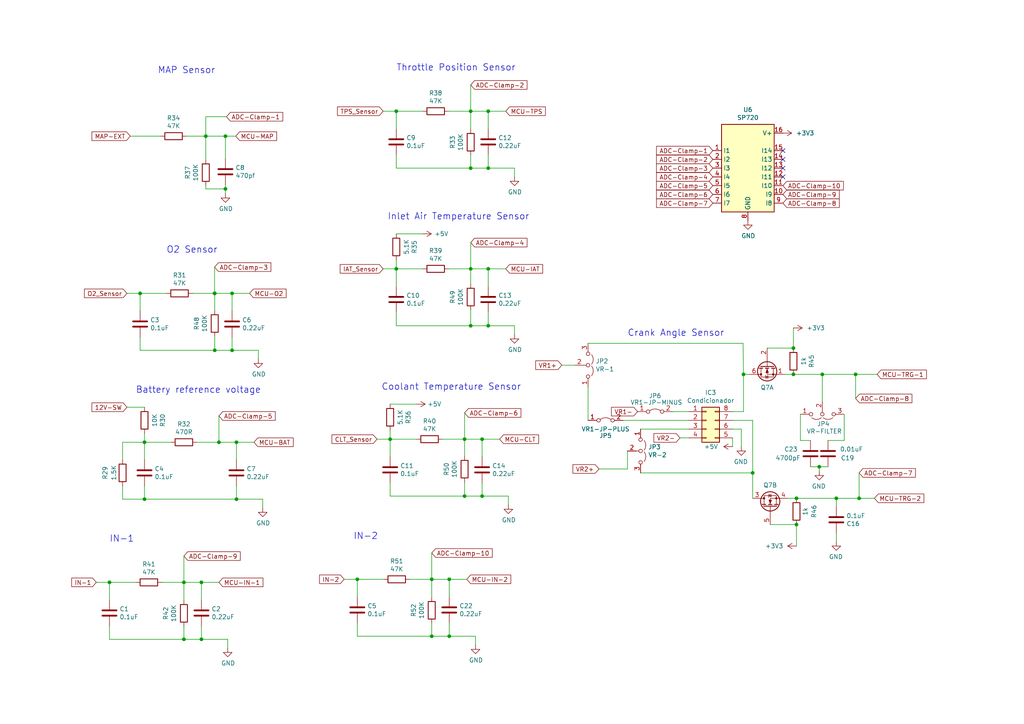
<source format=kicad_sch>
(kicad_sch (version 20230121) (generator eeschema)
  (paper "A4")
  (title_block (title "0.4") (date "2021-03-27") (rev "4d") (company "Speeduino"))
  (lib_symbols
    (symbol "Connector_Generic:Conn_02x04_Counter_Clockwise" (pin_names (offset 1.016) hide)
      (property "Reference" "J" (at 1.27 5.08 0))
      (property "Value" "Conn_02x04_Counter_Clockwise" (at 1.27 -7.62 0))
      (symbol "Conn_02x04_Counter_Clockwise_1_1"
        (rectangle (start -1.27 -4.953) (end 0 -5.207) (stroke (width 0.1524)))
        (rectangle (start -1.27 -2.413) (end 0 -2.667) (stroke (width 0.1524)))
        (rectangle (start -1.27 0.127) (end 0 -0.127) (stroke (width 0.1524)))
        (rectangle (start -1.27 2.667) (end 0 2.413) (stroke (width 0.1524)))
        (rectangle (start -1.27 3.81) (end 3.81 -6.35) (stroke (width 0.254)) (fill (type background)))
        (rectangle (start 3.81 -4.953) (end 2.54 -5.207) (stroke (width 0.1524)))
        (rectangle (start 3.81 -2.413) (end 2.54 -2.667) (stroke (width 0.1524)))
        (rectangle (start 3.81 0.127) (end 2.54 -0.127) (stroke (width 0.1524)))
        (rectangle (start 3.81 2.667) (end 2.54 2.413) (stroke (width 0.1524)))
        (pin passive line (at -5.08 2.54 0) (length 3.81) (name "Pin_1") (number "1"))
        (pin passive line (at -5.08 0 0) (length 3.81) (name "Pin_2") (number "2"))
        (pin passive line (at -5.08 -2.54 0) (length 3.81) (name "Pin_3") (number "3"))
        (pin passive line (at -5.08 -5.08 0) (length 3.81) (name "Pin_4") (number "4"))
        (pin passive line (at 7.62 -5.08 180) (length 3.81) (name "Pin_5") (number "5"))
        (pin passive line (at 7.62 -2.54 180) (length 3.81) (name "Pin_6") (number "6"))
        (pin passive line (at 7.62 0 180) (length 3.81) (name "Pin_7") (number "7"))
        (pin passive line (at 7.62 2.54 180) (length 3.81) (name "Pin_8") (number "8"))
      )
    )
    (symbol "Device:C" (pin_numbers hide) (pin_names (offset 0.254))
      (property "Reference" "C" (at 0.635 2.54 0))
      (property "Value" "C" (at 0.635 -2.54 0))
      (symbol "C_0_1"
        (polyline (pts (xy -2.032 -0.762) (xy 2.032 -0.762)) (stroke (width 0.508)))
        (polyline (pts (xy -2.032 0.762) (xy 2.032 0.762)) (stroke (width 0.508)))
      )
      (symbol "C_1_1"
        (pin passive line (at 0 3.81 270) (length 2.794) (name "~") (number "1"))
        (pin passive line (at 0 -3.81 90) (length 2.794) (name "~") (number "2"))
      )
    )
    (symbol "Device:Q_DUAL_NMOS_S1G1D2S2G2D1" (pin_names (offset 0) hide)
      (property "Reference" "Q" (at 6.35 1.27 0))
      (property "Value" "Device_Q_DUAL_NMOS_S1G1D2S2G2D1" (at 19.05 -1.27 0))
      (symbol "Q_DUAL_NMOS_S1G1D2S2G2D1_0_1"
        (polyline (pts (xy 0.254 0) (xy -2.54 0)))
        (polyline (pts (xy 0.254 1.905) (xy 0.254 -1.905)) (stroke (width 0.254)))
        (polyline (pts (xy 0.762 -1.27) (xy 0.762 -2.286)) (stroke (width 0.254)))
        (polyline (pts (xy 0.762 0.508) (xy 0.762 -0.508)) (stroke (width 0.254)))
        (polyline (pts (xy 0.762 2.286) (xy 0.762 1.27)) (stroke (width 0.254)))
        (polyline (pts (xy 2.54 2.54) (xy 2.54 1.778)))
        (polyline (pts (xy 2.54 -2.54) (xy 2.54 0) (xy 0.762 0)))
        (polyline (pts (xy 0.762 -1.778) (xy 3.302 -1.778) (xy 3.302 1.778) (xy 0.762 1.778)))
        (polyline (pts (xy 1.016 0) (xy 2.032 0.381) (xy 2.032 -0.381) (xy 1.016 0)) (fill (type outline)))
        (polyline (pts (xy 2.794 0.508) (xy 2.921 0.381) (xy 3.683 0.381) (xy 3.81 0.254)))
        (polyline (pts (xy 3.302 0.381) (xy 2.921 -0.254) (xy 3.683 -0.254) (xy 3.302 0.381)))
        (circle (center 1.651 0) (radius 2.794) (stroke (width 0.254)))
        (circle (center 2.54 -1.778) (radius 0.254) (fill (type outline)))
        (circle (center 2.54 1.778) (radius 0.254) (fill (type outline)))
      )
      (symbol "Q_DUAL_NMOS_S1G1D2S2G2D1_1_1"
        (pin passive line (at 2.54 -5.08 90) (length 2.54) (name "S") (number "1"))
        (pin input line (at -5.08 0 0) (length 2.54) (name "G") (number "2"))
        (pin passive line (at 2.54 5.08 270) (length 2.54) (name "D") (number "6"))
      )
      (symbol "Q_DUAL_NMOS_S1G1D2S2G2D1_2_1"
        (pin passive line (at 2.54 5.08 270) (length 2.54) (name "D") (number "3"))
        (pin passive line (at 2.54 -5.08 90) (length 2.54) (name "S") (number "4"))
        (pin input line (at -5.08 0 0) (length 2.54) (name "G") (number "5"))
      )
    )
    (symbol "Device:R" (pin_numbers hide) (pin_names (offset 0))
      (property "Reference" "R" (at 2.032 0 90))
      (property "Value" "R" (at 0 0 90))
      (symbol "R_0_1"
        (rectangle (start -1.016 -2.54) (end 1.016 2.54) (stroke (width 0.254)))
      )
      (symbol "R_1_1"
        (pin passive line (at 0 3.81 270) (length 1.27) (name "~") (number "1"))
        (pin passive line (at 0 -3.81 90) (length 1.27) (name "~") (number "2"))
      )
    )
    (symbol "Jumper:Jumper_2_Bridged" (pin_names (offset 0) hide)
      (property "Reference" "JP" (at 0 1.905 0))
      (property "Value" "Jumper_2_Bridged" (at 0 -2.54 0))
      (symbol "Jumper_2_Bridged_0_0"
        (circle (center -2.032 0) (radius 0.508))
        (circle (center 2.032 0) (radius 0.508))
      )
      (symbol "Jumper_2_Bridged_0_1"
        (arc (start 1.524 0.254) (mid 0 0.762) (end -1.524 0.254))
      )
      (symbol "Jumper_2_Bridged_1_1"
        (pin passive line (at -5.08 0 0) (length 2.54) (name "A") (number "1"))
        (pin passive line (at 5.08 0 180) (length 2.54) (name "B") (number "2"))
      )
    )
    (symbol "power:+3V3" (power) (pin_names (offset 0))
      (property "Value" "+3V3" (at 0 3.556 0))
      (symbol "+3V3_0_1"
        (polyline (pts (xy -0.762 1.27) (xy 0 2.54)))
        (polyline (pts (xy 0 0) (xy 0 2.54)))
        (polyline (pts (xy 0 2.54) (xy 0.762 1.27)))
      )
      (symbol "+3V3_1_1"
        (pin power_in line (at 0 0 90) (length 0) hide (name "+3V3") (number "1"))
      )
    )
    (symbol "power:+5V" (power) (pin_names (offset 0))
      (property "Value" "+5V" (at 0 3.556 0))
      (symbol "+5V_0_1"
        (polyline (pts (xy -0.762 1.27) (xy 0 2.54)))
        (polyline (pts (xy 0 0) (xy 0 2.54)))
        (polyline (pts (xy 0 2.54) (xy 0.762 1.27)))
      )
      (symbol "+5V_1_1"
        (pin power_in line (at 0 0 90) (length 0) hide (name "+5V") (number "1"))
      )
    )
    (symbol "power:GND" (power) (pin_names (offset 0))
      (property "Value" "GND" (at 0 -3.81 0))
      (symbol "GND_0_1"
        (polyline (pts (xy 0 0) (xy 0 -1.27) (xy 1.27 -1.27) (xy 0 -2.54) (xy -1.27 -1.27) (xy 0 -1.27)))
      )
      (symbol "GND_1_1"
        (pin power_in line (at 0 0 270) (length 0) hide (name "GND") (number "1"))
      )
    )
    (symbol "v0.4.3d-rescue:Jumper_3_Open-Jumper" (pin_names (offset 0) hide)
      (property "Reference" "JP" (at -2.54 -2.54 0))
      (property "Value" "Jumper_Jumper_3_Open" (at 0 2.794 0))
      (symbol "Jumper_3_Open-Jumper_0_0"
        (circle (center -3.302 0) (radius 0.508))
        (circle (center 0 0) (radius 0.508))
        (circle (center 3.302 0) (radius 0.508))
      )
      (symbol "Jumper_3_Open-Jumper_0_1"
        (arc (start -0.254 1.016) (mid -1.651 1.4992) (end -3.048 1.016))
        (polyline (pts (xy 0 -0.508) (xy 0 -1.27)))
        (arc (start 3.048 1.016) (mid 1.651 1.4992) (end 0.254 1.016))
      )
      (symbol "Jumper_3_Open-Jumper_1_1"
        (pin passive line (at -6.35 0 0) (length 2.54) (name "A") (number "1"))
        (pin input line (at 0 -3.81 90) (length 2.54) (name "C") (number "2"))
        (pin passive line (at 6.35 0 180) (length 2.54) (name "B") (number "3"))
      )
    )
    (symbol "v0.4.4c-rescue:SP720-IC_Automotive"
      (property "Reference" "U" (at 0 15.875 0))
      (property "Value" "v0.4.4c-rescue_SP720-IC_Automotive" (at 0 13.97 0))
      (symbol "SP720-IC_Automotive_0_1"
        (rectangle (start -7.62 -12.7) (end 7.62 12.7) (stroke (width 0.254)) (fill (type background)))
      )
      (symbol "SP720-IC_Automotive_1_1"
        (pin input line (at -10.16 5.08 0) (length 2.54) (name "I1") (number "1"))
        (pin input line (at 10.16 -7.62 180) (length 2.54) (name "I9") (number "10"))
        (pin input line (at 10.16 -5.08 180) (length 2.54) (name "I10") (number "11"))
        (pin input line (at 10.16 -2.54 180) (length 2.54) (name "I11") (number "12"))
        (pin input line (at 10.16 0 180) (length 2.54) (name "I12") (number "13"))
        (pin open_collector line (at 10.16 2.54 180) (length 2.54) (name "I13") (number "14"))
        (pin input line (at 10.16 5.08 180) (length 2.54) (name "I14") (number "15"))
        (pin power_in line (at 10.16 10.16 180) (length 2.54) (name "V+") (number "16"))
        (pin input line (at -10.16 2.54 0) (length 2.54) (name "I2") (number "2"))
        (pin input line (at -10.16 0 0) (length 2.54) (name "I3") (number "3"))
        (pin input line (at -10.16 -2.54 0) (length 2.54) (name "I4") (number "4"))
        (pin input line (at -10.16 -5.08 0) (length 2.54) (name "I5") (number "5"))
        (pin input line (at -10.16 -7.62 0) (length 2.54) (name "I6") (number "6"))
        (pin input line (at -10.16 -10.16 0) (length 2.54) (name "I7") (number "7"))
        (pin power_in line (at 0 -15.24 90) (length 2.54) (name "GND") (number "8"))
        (pin input line (at 10.16 -10.16 180) (length 2.54) (name "I8") (number "9"))
      )
    )
  )
  (junction (at 134.747 143.891))
  (junction (at 62.2808 101.6))
  (junction (at 141.605 77.978))
  (junction (at 62.23 85.09))
  (junction (at 125.222 168.021))
  (junction (at 237.617 135.382))
  (junction (at 125.222 184.531))
  (junction (at 40.64 85.09))
  (junction (at 136.525 48.768))
  (junction (at 114.935 32.258))
  (junction (at 63.5 128.27))
  (junction (at 130.302 184.531))
  (junction (at 114.935 77.978))
  (junction (at 141.605 32.258))
  (junction (at 65.3796 54.7878))
  (junction (at 139.827 127.381))
  (junction (at 141.605 48.768))
  (junction (at 218.313 137.16))
  (junction (at 41.91 128.27))
  (junction (at 230.124 100.965))
  (junction (at 62.2808 85.09))
  (junction (at 53.34 168.91))
  (junction (at 65.3796 39.497))
  (junction (at 136.525 32.258))
  (junction (at 139.827 143.891))
  (junction (at 58.42 185.42))
  (junction (at 59.69 39.497))
  (junction (at 136.525 77.978))
  (junction (at 248.158 108.585))
  (junction (at 68.58 128.27))
  (junction (at 113.157 127.381))
  (junction (at 136.525 94.488))
  (junction (at 67.31 101.6))
  (junction (at 58.42 168.91))
  (junction (at 31.75 168.91))
  (junction (at 67.31 85.09))
  (junction (at 230.124 108.585))
  (junction (at 238.506 108.585))
  (junction (at 242.57 144.526))
  (junction (at 68.58 144.78))
  (junction (at 103.632 168.021))
  (junction (at 53.34 185.42))
  (junction (at 231.013 144.526))
  (junction (at 231.013 152.146))
  (junction (at 41.91 144.78))
  (junction (at 130.302 168.021))
  (junction (at 134.747 127.381))
  (junction (at 215.646 108.585))
  (junction (at 141.605 94.488))
  (junction (at 249.174 144.526))
  (no_connect (at 227.076 46.228))
  (no_connect (at 227.076 51.308))
  (no_connect (at 227.076 48.768))
  (no_connect (at 227.076 43.688))
  (wire (pts (xy 114.935 77.978) (xy 122.555 77.978)))
  (wire (pts (xy 136.525 70.358) (xy 136.525 77.978)))
  (wire (pts (xy 59.69 46.2534) (xy 59.69 39.497)))
  (wire (pts (xy 137.922 184.531) (xy 137.922 187.071)))
  (wire (pts (xy 230.124 108.585) (xy 238.506 108.585)))
  (wire (pts (xy 65.6844 33.8582) (xy 59.69 33.8582)))
  (wire (pts (xy 185.801 137.16) (xy 218.313 137.16)))
  (wire (pts (xy 217.424 108.585) (xy 215.646 108.585)))
  (wire (pts (xy 162.941 105.918) (xy 166.751 105.918)))
  (wire (pts (xy 218.313 137.16) (xy 218.313 121.92)))
  (wire (pts (xy 128.397 127.381) (xy 134.747 127.381)))
  (wire (pts (xy 185.801 124.46) (xy 199.771 124.46)))
  (wire (pts (xy 103.632 180.721) (xy 103.632 184.531)))
  (wire (pts (xy 113.157 140.081) (xy 113.157 143.891)))
  (wire (pts (xy 139.827 140.081) (xy 139.827 143.891)))
  (wire (pts (xy 146.685 32.258) (xy 141.605 32.258)))
  (wire (pts (xy 141.605 94.488) (xy 149.225 94.488)))
  (wire (pts (xy 59.69 54.7878) (xy 65.3796 54.7878)))
  (wire (pts (xy 58.42 181.61) (xy 58.42 185.42)))
  (wire (pts (xy 222.504 100.965) (xy 230.124 100.965)))
  (wire (pts (xy 215.011 124.46) (xy 215.011 129.54)))
  (wire (pts (xy 62.23 77.47) (xy 62.23 85.09)))
  (wire (pts (xy 135.382 168.021) (xy 130.302 168.021)))
  (wire (pts (xy 114.935 44.958) (xy 114.935 48.768)))
  (wire (pts (xy 41.91 133.35) (xy 41.91 128.27)))
  (wire (pts (xy 134.747 127.381) (xy 139.827 127.381)))
  (wire (pts (xy 215.646 119.38) (xy 215.646 108.585)))
  (wire (pts (xy 134.747 139.8778) (xy 134.747 143.891)))
  (wire (pts (xy 41.91 144.78) (xy 68.58 144.78)))
  (wire (pts (xy 63.5 128.27) (xy 68.58 128.27)))
  (wire (pts (xy 67.31 85.09) (xy 67.31 90.17)))
  (wire (pts (xy 114.935 37.338) (xy 114.935 32.258)))
  (wire (pts (xy 136.525 82.3468) (xy 136.525 77.978)))
  (wire (pts (xy 65.3796 54.7878) (xy 65.3796 56.1594)))
  (wire (pts (xy 99.822 168.021) (xy 103.632 168.021)))
  (wire (pts (xy 139.827 127.381) (xy 139.827 132.461)))
  (wire (pts (xy 114.935 83.058) (xy 114.935 77.978)))
  (wire (pts (xy 73.66 128.27) (xy 68.58 128.27)))
  (wire (pts (xy 40.64 85.09) (xy 48.26 85.09)))
  (wire (pts (xy 240.157 135.382) (xy 237.617 135.382)))
  (wire (pts (xy 114.935 32.258) (xy 122.555 32.258)))
  (wire (pts (xy 125.222 168.021) (xy 130.302 168.021)))
  (wire (pts (xy 130.302 168.021) (xy 130.302 173.101)))
  (wire (pts (xy 114.935 48.768) (xy 136.525 48.768)))
  (wire (pts (xy 197.231 127) (xy 199.771 127)))
  (wire (pts (xy 136.525 45.0596) (xy 136.525 48.768)))
  (wire (pts (xy 59.69 53.8734) (xy 59.69 54.7878)))
  (wire (pts (xy 130.302 180.721) (xy 130.302 184.531)))
  (wire (pts (xy 231.013 144.526) (xy 242.57 144.526)))
  (wire (pts (xy 212.471 124.46) (xy 215.011 124.46)))
  (wire (pts (xy 149.225 94.488) (xy 149.225 97.028)))
  (wire (pts (xy 136.525 48.768) (xy 141.605 48.768)))
  (wire (pts (xy 231.013 158.369) (xy 231.013 152.146)))
  (wire (pts (xy 66.04 185.42) (xy 66.04 187.96)))
  (wire (pts (xy 65.3796 45.9994) (xy 65.3796 39.497)))
  (wire (pts (xy 238.506 116.332) (xy 238.506 108.585)))
  (wire (pts (xy 232.156 127.762) (xy 232.156 120.142)))
  (wire (pts (xy 114.935 90.678) (xy 114.935 94.488)))
  (wire (pts (xy 144.907 127.381) (xy 139.827 127.381)))
  (wire (pts (xy 113.157 127.381) (xy 120.777 127.381)))
  (wire (pts (xy 141.605 44.958) (xy 141.605 48.768)))
  (wire (pts (xy 36.83 118.11) (xy 41.91 118.11)))
  (wire (pts (xy 249.174 137.16) (xy 249.174 144.526)))
  (wire (pts (xy 149.225 48.768) (xy 149.225 51.308)))
  (wire (pts (xy 111.125 77.978) (xy 114.935 77.978)))
  (wire (pts (xy 113.157 124.841) (xy 113.157 127.381)))
  (wire (pts (xy 134.747 119.761) (xy 134.747 127.381)))
  (wire (pts (xy 248.158 108.585) (xy 254.381 108.585)))
  (wire (pts (xy 65.3796 39.497) (xy 68.3768 39.497)))
  (wire (pts (xy 170.561 99.568) (xy 215.519 99.568)))
  (wire (pts (xy 212.471 121.92) (xy 218.313 121.92)))
  (wire (pts (xy 62.2808 97.6376) (xy 62.2808 101.6)))
  (wire (pts (xy 136.525 89.9668) (xy 136.525 94.488)))
  (wire (pts (xy 41.91 125.73) (xy 41.91 128.27)))
  (wire (pts (xy 37.7952 39.497) (xy 46.5328 39.497)))
  (wire (pts (xy 53.34 161.29) (xy 53.34 168.91)))
  (wire (pts (xy 113.157 143.891) (xy 134.747 143.891)))
  (wire (pts (xy 240.157 127.762) (xy 244.856 127.762)))
  (wire (pts (xy 238.506 108.585) (xy 248.158 108.585)))
  (wire (pts (xy 242.57 157.099) (xy 242.57 154.559)))
  (wire (pts (xy 125.222 184.531) (xy 130.302 184.531)))
  (wire (pts (xy 136.525 32.258) (xy 141.605 32.258)))
  (wire (pts (xy 230.124 95.123) (xy 230.124 100.965)))
  (wire (pts (xy 40.64 90.17) (xy 40.64 85.09)))
  (wire (pts (xy 244.856 120.142) (xy 244.856 127.762)))
  (wire (pts (xy 136.525 24.638) (xy 136.525 32.258)))
  (wire (pts (xy 35.56 144.78) (xy 41.91 144.78)))
  (wire (pts (xy 72.39 85.09) (xy 67.31 85.09)))
  (wire (pts (xy 125.222 160.401) (xy 125.222 168.021)))
  (wire (pts (xy 31.75 185.42) (xy 53.34 185.42)))
  (wire (pts (xy 58.42 185.42) (xy 66.04 185.42)))
  (wire (pts (xy 57.15 128.27) (xy 63.5 128.27)))
  (wire (pts (xy 136.525 37.4396) (xy 136.525 32.258)))
  (wire (pts (xy 139.827 143.891) (xy 147.447 143.891)))
  (wire (pts (xy 113.157 132.461) (xy 113.157 127.381)))
  (wire (pts (xy 181.991 136.017) (xy 181.991 130.81)))
  (wire (pts (xy 62.23 85.09) (xy 62.2808 85.09)))
  (wire (pts (xy 41.91 140.97) (xy 41.91 144.78)))
  (wire (pts (xy 76.2 144.78) (xy 76.2 147.32)))
  (wire (pts (xy 103.632 168.021) (xy 111.252 168.021)))
  (wire (pts (xy 212.471 127) (xy 212.471 129.54)))
  (wire (pts (xy 65.3796 53.6194) (xy 65.3796 54.7878)))
  (wire (pts (xy 147.447 143.891) (xy 147.447 146.431)))
  (wire (pts (xy 134.747 143.891) (xy 139.827 143.891)))
  (wire (pts (xy 27.94 168.91) (xy 31.75 168.91)))
  (wire (pts (xy 62.2808 101.6) (xy 67.31 101.6)))
  (wire (pts (xy 40.64 101.6) (xy 62.2808 101.6)))
  (wire (pts (xy 122.555 67.818) (xy 114.935 67.818)))
  (wire (pts (xy 62.2808 85.09) (xy 67.31 85.09)))
  (wire (pts (xy 59.69 39.497) (xy 65.3796 39.497)))
  (wire (pts (xy 118.872 168.021) (xy 125.222 168.021)))
  (wire (pts (xy 58.42 168.91) (xy 58.42 173.99)))
  (wire (pts (xy 237.617 135.382) (xy 237.617 136.652)))
  (wire (pts (xy 215.519 99.568) (xy 215.646 108.585)))
  (wire (pts (xy 125.222 173.2026) (xy 125.222 168.021)))
  (wire (pts (xy 54.1528 39.497) (xy 59.69 39.497)))
  (wire (pts (xy 173.736 136.017) (xy 181.991 136.017)))
  (wire (pts (xy 40.64 97.79) (xy 40.64 101.6)))
  (wire (pts (xy 228.473 144.526) (xy 231.013 144.526)))
  (wire (pts (xy 130.302 184.531) (xy 137.922 184.531)))
  (wire (pts (xy 53.34 168.91) (xy 58.42 168.91)))
  (wire (pts (xy 235.077 127.762) (xy 232.156 127.762)))
  (wire (pts (xy 103.632 184.531) (xy 125.222 184.531)))
  (wire (pts (xy 136.525 77.978) (xy 141.605 77.978)))
  (wire (pts (xy 141.605 32.258) (xy 141.605 37.338)))
  (wire (pts (xy 111.125 32.258) (xy 114.935 32.258)))
  (wire (pts (xy 46.99 168.91) (xy 53.34 168.91)))
  (wire (pts (xy 170.561 121.92) (xy 170.561 112.268)))
  (wire (pts (xy 63.5 168.91) (xy 58.42 168.91)))
  (wire (pts (xy 195.072 119.38) (xy 199.771 119.38)))
  (wire (pts (xy 31.75 181.61) (xy 31.75 185.42)))
  (wire (pts (xy 227.584 108.585) (xy 230.124 108.585)))
  (wire (pts (xy 68.58 128.27) (xy 68.58 133.35)))
  (wire (pts (xy 53.34 174.0916) (xy 53.34 168.91)))
  (wire (pts (xy 114.935 94.488) (xy 136.525 94.488)))
  (wire (pts (xy 35.56 128.27) (xy 41.91 128.27)))
  (wire (pts (xy 114.935 75.438) (xy 114.935 77.978)))
  (wire (pts (xy 53.34 185.42) (xy 58.42 185.42)))
  (wire (pts (xy 55.88 85.09) (xy 62.23 85.09)))
  (wire (pts (xy 248.158 115.57) (xy 248.158 108.585)))
  (wire (pts (xy 109.347 127.381) (xy 113.157 127.381)))
  (wire (pts (xy 63.5 120.65) (xy 63.5 128.27)))
  (wire (pts (xy 134.747 132.2578) (xy 134.747 127.381)))
  (wire (pts (xy 146.685 77.978) (xy 141.605 77.978)))
  (wire (pts (xy 35.56 133.35) (xy 35.56 128.27)))
  (wire (pts (xy 242.57 144.526) (xy 249.174 144.526)))
  (wire (pts (xy 31.75 173.99) (xy 31.75 168.91)))
  (wire (pts (xy 62.2808 90.0176) (xy 62.2808 85.09)))
  (wire (pts (xy 130.175 32.258) (xy 136.525 32.258)))
  (wire (pts (xy 249.174 144.526) (xy 253.619 144.526)))
  (wire (pts (xy 67.31 101.6) (xy 74.93 101.6)))
  (wire (pts (xy 242.57 146.939) (xy 242.57 144.526)))
  (wire (pts (xy 212.471 119.38) (xy 215.646 119.38)))
  (wire (pts (xy 223.393 152.146) (xy 231.013 152.146)))
  (wire (pts (xy 74.93 101.6) (xy 74.93 104.14)))
  (wire (pts (xy 130.175 77.978) (xy 136.525 77.978)))
  (wire (pts (xy 218.313 144.526) (xy 218.313 137.16)))
  (wire (pts (xy 35.56 140.97) (xy 35.56 144.78)))
  (wire (pts (xy 53.34 181.7116) (xy 53.34 185.42)))
  (wire (pts (xy 68.58 140.97) (xy 68.58 144.78)))
  (wire (pts (xy 136.525 94.488) (xy 141.605 94.488)))
  (wire (pts (xy 141.605 77.978) (xy 141.605 83.058)))
  (wire (pts (xy 59.69 33.8582) (xy 59.69 39.497)))
  (wire (pts (xy 120.777 117.221) (xy 113.157 117.221)))
  (wire (pts (xy 125.222 180.8226) (xy 125.222 184.531)))
  (wire (pts (xy 31.75 168.91) (xy 39.37 168.91)))
  (wire (pts (xy 141.605 48.768) (xy 149.225 48.768)))
  (wire (pts (xy 67.31 97.79) (xy 67.31 101.6)))
  (wire (pts (xy 68.58 144.78) (xy 76.2 144.78)))
  (wire (pts (xy 199.771 121.92) (xy 180.721 121.92)))
  (wire (pts (xy 235.077 135.382) (xy 237.617 135.382)))
  (wire (pts (xy 36.83 85.09) (xy 40.64 85.09)))
  (wire (pts (xy 41.91 128.27) (xy 49.53 128.27)))
  (wire (pts (xy 141.605 90.678) (xy 141.605 94.488)))
  (wire (pts (xy 103.632 173.101) (xy 103.632 168.021)))
  (text "Throttle Position Sensor" (at 114.935 20.828 0) (effects (font (size 1.8796 1.8796)) (justify left bottom)))
  (text "Battery reference voltage" (at 39.37 114.3 0) (effects (font (size 1.8796 1.8796)) (justify left bottom)))
  (text "IN-2\n" (at 102.489 156.718 0) (effects (font (size 1.8796 1.8796)) (justify left bottom)))
  (text "Inlet Air Temperature Sensor" (at 112.395 64.008 0) (effects (font (size 1.8796 1.8796)) (justify left bottom)))
  (text "O2 Sensor" (at 48.26 73.66 0) (effects (font (size 1.8796 1.8796)) (justify left bottom)))
  (text "MAP Sensor" (at 45.72 21.59 0) (effects (font (size 1.8796 1.8796)) (justify left bottom)))
  (text "IN-1\n" (at 31.75 157.48 0) (effects (font (size 1.8796 1.8796)) (justify left bottom)))
  (text "Crank Angle Sensor" (at 181.991 97.79 0) (effects (font (size 1.8796 1.8796)) (justify left bottom)))
  (text "Coolant Temperature Sensor" (at 110.617 113.411 0) (effects (font (size 1.8796 1.8796)) (justify left bottom)))
  (global_label "MCU-TRG-2" (shape input) (at 253.619 144.526 0) (property "Intersheetrefs" "${INTERSHEET_REFS}" (effects hide)))
  (global_label "ADC-Clamp-1" (shape input) (at 206.756 43.688 180) (property "Intersheetrefs" "${INTERSHEET_REFS}" (effects hide)))
  (global_label "ADC-Clamp-3" (shape input) (at 206.756 48.768 180) (property "Intersheetrefs" "${INTERSHEET_REFS}" (effects hide)))
  (global_label "CLT_Sensor" (shape input) (at 109.347 127.381 180) (property "Intersheetrefs" "${INTERSHEET_REFS}" (effects hide)))
  (global_label "ADC-Clamp-6" (shape input) (at 134.747 119.761 0) (property "Intersheetrefs" "${INTERSHEET_REFS}" (effects hide)))
  (global_label "ADC-Clamp-9" (shape input) (at 53.34 161.29 0) (property "Intersheetrefs" "${INTERSHEET_REFS}" (effects hide)))
  (global_label "MCU-CLT" (shape input) (at 144.907 127.381 0) (property "Intersheetrefs" "${INTERSHEET_REFS}" (effects hide)))
  (global_label "VR2+" (shape input) (at 173.736 136.017 180) (property "Intersheetrefs" "${INTERSHEET_REFS}" (effects hide)))
  (global_label "ADC-Clamp-2" (shape input) (at 206.756 46.228 180) (property "Intersheetrefs" "${INTERSHEET_REFS}" (effects hide)))
  (global_label "VR2-" (shape input) (at 197.231 127 180) (property "Intersheetrefs" "${INTERSHEET_REFS}" (effects hide)))
  (global_label "ADC-Clamp-6" (shape input) (at 206.756 56.388 180) (property "Intersheetrefs" "${INTERSHEET_REFS}" (effects hide)))
  (global_label "ADC-Clamp-4" (shape input) (at 206.756 51.308 180) (property "Intersheetrefs" "${INTERSHEET_REFS}" (effects hide)))
  (global_label "MCU-IN-2" (shape input) (at 135.382 168.021 0) (property "Intersheetrefs" "${INTERSHEET_REFS}" (effects hide)))
  (global_label "12V-SW" (shape input) (at 36.83 118.11 180) (property "Intersheetrefs" "${INTERSHEET_REFS}" (effects hide)))
  (global_label "ADC-Clamp-10" (shape input) (at 227.076 53.848 0) (property "Intersheetrefs" "${INTERSHEET_REFS}" (effects hide)))
  (global_label "ADC-Clamp-5" (shape input) (at 206.756 53.848 180) (property "Intersheetrefs" "${INTERSHEET_REFS}" (effects hide)))
  (global_label "MCU-TRG-1" (shape input) (at 254.381 108.585 0) (property "Intersheetrefs" "${INTERSHEET_REFS}" (effects hide)))
  (global_label "MAP-EXT" (shape input) (at 37.7952 39.497 180) (property "Intersheetrefs" "${INTERSHEET_REFS}" (effects hide)))
  (global_label "MCU-MAP" (shape input) (at 68.3768 39.497 0) (property "Intersheetrefs" "${INTERSHEET_REFS}" (effects hide)))
  (global_label "ADC-Clamp-3" (shape input) (at 62.23 77.47 0) (property "Intersheetrefs" "${INTERSHEET_REFS}" (effects hide)))
  (global_label "ADC-Clamp-1" (shape input) (at 65.6844 33.8582 0) (property "Intersheetrefs" "${INTERSHEET_REFS}" (effects hide)))
  (global_label "MCU-O2" (shape input) (at 72.39 85.09 0) (property "Intersheetrefs" "${INTERSHEET_REFS}" (effects hide)))
  (global_label "MCU-IN-1" (shape input) (at 63.5 168.91 0) (property "Intersheetrefs" "${INTERSHEET_REFS}" (effects hide)))
  (global_label "MCU-BAT" (shape input) (at 73.66 128.27 0) (property "Intersheetrefs" "${INTERSHEET_REFS}" (effects hide)))
  (global_label "VR1+" (shape input) (at 162.941 105.918 180) (property "Intersheetrefs" "${INTERSHEET_REFS}" (effects hide)))
  (global_label "TPS_Sensor" (shape input) (at 111.125 32.258 180) (property "Intersheetrefs" "${INTERSHEET_REFS}" (effects hide)))
  (global_label "IN-1" (shape input) (at 27.94 168.91 180) (property "Intersheetrefs" "${INTERSHEET_REFS}" (effects hide)))
  (global_label "VR1-" (shape input) (at 184.912 119.38 180) (property "Intersheetrefs" "${INTERSHEET_REFS}" (effects hide)))
  (global_label "MCU-IAT" (shape input) (at 146.685 77.978 0) (property "Intersheetrefs" "${INTERSHEET_REFS}" (effects hide)))
  (global_label "IN-2" (shape input) (at 99.822 168.021 180) (property "Intersheetrefs" "${INTERSHEET_REFS}" (effects hide)))
  (global_label "ADC-Clamp-7" (shape input) (at 249.174 137.16 0) (property "Intersheetrefs" "${INTERSHEET_REFS}" (effects hide)))
  (global_label "O2_Sensor" (shape input) (at 36.83 85.09 180) (property "Intersheetrefs" "${INTERSHEET_REFS}" (effects hide)))
  (global_label "ADC-Clamp-4" (shape input) (at 136.525 70.358 0) (property "Intersheetrefs" "${INTERSHEET_REFS}" (effects hide)))
  (global_label "ADC-Clamp-8" (shape input) (at 248.158 115.57 0) (property "Intersheetrefs" "${INTERSHEET_REFS}" (effects hide)))
  (global_label "MCU-TPS" (shape input) (at 146.685 32.258 0) (property "Intersheetrefs" "${INTERSHEET_REFS}" (effects hide)))
  (global_label "ADC-Clamp-9" (shape input) (at 227.076 56.388 0) (property "Intersheetrefs" "${INTERSHEET_REFS}" (effects hide)))
  (global_label "ADC-Clamp-2" (shape input) (at 136.525 24.638 0) (property "Intersheetrefs" "${INTERSHEET_REFS}" (effects hide)))
  (global_label "ADC-Clamp-7" (shape input) (at 206.756 58.928 180) (property "Intersheetrefs" "${INTERSHEET_REFS}" (effects hide)))
  (global_label "IAT_Sensor" (shape input) (at 111.125 77.978 180) (property "Intersheetrefs" "${INTERSHEET_REFS}" (effects hide)))
  (global_label "ADC-Clamp-10" (shape input) (at 125.222 160.401 0) (property "Intersheetrefs" "${INTERSHEET_REFS}" (effects hide)))
  (global_label "ADC-Clamp-8" (shape input) (at 227.076 58.928 0) (property "Intersheetrefs" "${INTERSHEET_REFS}" (effects hide)))
  (global_label "ADC-Clamp-5" (shape input) (at 63.5 120.65 0) (property "Intersheetrefs" "${INTERSHEET_REFS}" (effects hide)))
  (symbol (lib_id "power:GND") (at 65.3796 56.1594 0) (unit 1)
    (property "Reference" "#PWR029" (effects hide))
    (property "Value" "GND" (at 65.5066 60.5536 0))
  )
  (symbol (lib_id "Device:C") (at 65.3796 49.8094 0) (unit 1)
    (property "Reference" "C8" (at 68.3006 48.641 0) (effects (justify left)))
    (property "Value" "470pf" (at 68.3006 50.9524 0) (effects (justify left)))
    (property "Footprint" "Capacitor_SMD:C_0805_2012Metric" (effects hide))
    (property "Manufacturer_Name" "YAGEO" (effects hide))
    (property "Manufacturer_Part_Number" "CC0805JRNPO9BN471" (effects hide))
    (property "JLCPCB_PN" "C62771" (effects hide))
    (property "Package" "0805" (effects hide))
    (property "Voltage" "50v" (effects hide))
  )
  (symbol (lib_id "Device:R") (at 50.3428 39.497 270) (unit 1)
    (property "Reference" "R34" (at 50.3428 34.2392 90))
    (property "Value" "47K" (at 50.3428 36.5506 90))
    (property "Footprint" "Resistor_SMD:R_0805_2012Metric" (effects hide))
    (property "Manufacturer_Name" "UNI-ROYAL(Uniroyal Elec)" (effects hide))
    (property "Manufacturer_Part_Number" "0805W8F4702T5E" (effects hide))
    (property "JLCPCB_PN" "C17713" (effects hide))
    (property "Package" "0805" (effects hide))
  )
  (symbol (lib_id "Device:C") (at 242.57 150.749 0) (mirror x) (unit 1)
    (property "Reference" "C16" (at 245.491 151.9174 0) (effects (justify left)))
    (property "Value" "0.1uF" (at 245.491 149.606 0) (effects (justify left)))
    (property "Footprint" "Capacitor_SMD:C_0805_2012Metric" (effects hide))
    (property "Manufacturer_Name" "YAGEO" (effects hide))
    (property "Manufacturer_Part_Number" "CC0805KRX7R9BB104" (effects hide))
    (property "JLCPCB_PN" "C49678" (effects hide))
    (property "Package" "0805" (effects hide))
    (property "Voltage" "50v" (effects hide))
  )
  (symbol (lib_id "power:GND") (at 242.57 157.099 0) (mirror y) (unit 1)
    (property "Reference" "#PWR041" (effects hide))
    (property "Value" "GND" (at 242.443 161.4932 0))
  )
  (symbol (lib_id "Device:R") (at 52.07 85.09 270) (unit 1)
    (property "Reference" "R31" (at 52.07 79.8322 90))
    (property "Value" "47K" (at 52.07 82.1436 90))
    (property "Footprint" "Resistor_SMD:R_0805_2012Metric" (effects hide))
    (property "Manufacturer_Name" "UNI-ROYAL(Uniroyal Elec)" (effects hide))
    (property "Manufacturer_Part_Number" "0805W8F4702T5E" (effects hide))
    (property "JLCPCB_PN" "C17713" (effects hide))
    (property "Package" "0805" (effects hide))
  )
  (symbol (lib_id "Device:C") (at 67.31 93.98 0) (unit 1)
    (property "Reference" "C6" (at 70.231 92.8116 0) (effects (justify left)))
    (property "Value" "0.22uF" (at 70.231 95.123 0) (effects (justify left)))
    (property "Footprint" "Capacitor_SMD:C_0805_2012Metric" (effects hide))
    (property "Manufacturer_Name" "Samsung Electro-Mechanics" (effects hide))
    (property "Manufacturer_Part_Number" "CL21B224KBFNNNE" (effects hide))
    (property "JLCPCB_PN" "C5378" (effects hide))
    (property "Package" "0805" (effects hide))
    (property "Voltage" "50v" (effects hide))
  )
  (symbol (lib_id "Device:C") (at 40.64 93.98 0) (unit 1)
    (property "Reference" "C3" (at 43.561 92.8116 0) (effects (justify left)))
    (property "Value" "0.1uF" (at 43.561 95.123 0) (effects (justify left)))
    (property "Footprint" "Capacitor_SMD:C_0805_2012Metric" (effects hide))
    (property "Manufacturer_Name" "YAGEO" (effects hide))
    (property "Manufacturer_Part_Number" "CC0805KRX7R9BB104" (effects hide))
    (property "JLCPCB_PN" "C49678" (effects hide))
    (property "Package" "0805" (effects hide))
    (property "Voltage" "50v" (effects hide))
  )
  (symbol (lib_id "power:GND") (at 74.93 104.14 0) (unit 1)
    (property "Reference" "#PWR028" (effects hide))
    (property "Value" "GND" (at 75.057 108.5342 0))
  )
  (symbol (lib_id "Device:R") (at 126.365 32.258 270) (unit 1)
    (property "Reference" "R38" (at 126.365 27.0002 90))
    (property "Value" "47K" (at 126.365 29.3116 90))
    (property "Footprint" "Resistor_SMD:R_0805_2012Metric" (effects hide))
    (property "Manufacturer_Name" "UNI-ROYAL(Uniroyal Elec)" (effects hide))
    (property "Manufacturer_Part_Number" "0805W8F4702T5E" (effects hide))
    (property "JLCPCB_PN" "C17713" (effects hide))
    (property "Package" "0805" (effects hide))
  )
  (symbol (lib_id "Device:C") (at 141.605 41.148 0) (unit 1)
    (property "Reference" "C12" (at 144.526 39.9796 0) (effects (justify left)))
    (property "Value" "0.22uF" (at 144.526 42.291 0) (effects (justify left)))
    (property "Footprint" "Capacitor_SMD:C_0805_2012Metric" (effects hide))
    (property "Manufacturer_Name" "Samsung Electro-Mechanics" (effects hide))
    (property "Manufacturer_Part_Number" "CL21B224KBFNNNE" (effects hide))
    (property "JLCPCB_PN" "C5378" (effects hide))
    (property "Package" "0805" (effects hide))
    (property "Voltage" "50v" (effects hide))
  )
  (symbol (lib_id "Device:C") (at 114.935 41.148 0) (unit 1)
    (property "Reference" "C9" (at 117.856 39.9796 0) (effects (justify left)))
    (property "Value" "0.1uF" (at 117.856 42.291 0) (effects (justify left)))
    (property "Footprint" "Capacitor_SMD:C_0805_2012Metric" (effects hide))
    (property "Manufacturer_Name" "YAGEO" (effects hide))
    (property "Manufacturer_Part_Number" "CC0805KRX7R9BB104" (effects hide))
    (property "JLCPCB_PN" "C49678" (effects hide))
    (property "Package" "0805" (effects hide))
    (property "Voltage" "50v" (effects hide))
  )
  (symbol (lib_id "power:GND") (at 149.225 51.308 0) (unit 1)
    (property "Reference" "#PWR034" (effects hide))
    (property "Value" "GND" (at 149.352 55.7022 0))
  )
  (symbol (lib_id "Device:R") (at 126.365 77.978 270) (unit 1)
    (property "Reference" "R39" (at 126.365 72.7202 90))
    (property "Value" "47K" (at 126.365 75.0316 90))
    (property "Footprint" "Resistor_SMD:R_0805_2012Metric" (effects hide))
    (property "Manufacturer_Name" "UNI-ROYAL(Uniroyal Elec)" (effects hide))
    (property "Manufacturer_Part_Number" "0805W8F4702T5E" (effects hide))
    (property "JLCPCB_PN" "C17713" (effects hide))
    (property "Package" "0805" (effects hide))
  )
  (symbol (lib_id "Device:C") (at 141.605 86.868 0) (unit 1)
    (property "Reference" "C13" (at 144.526 85.6996 0) (effects (justify left)))
    (property "Value" "0.22uF" (at 144.526 88.011 0) (effects (justify left)))
    (property "Footprint" "Capacitor_SMD:C_0805_2012Metric" (effects hide))
    (property "Manufacturer_Name" "Samsung Electro-Mechanics" (effects hide))
    (property "Manufacturer_Part_Number" "CL21B224KBFNNNE" (effects hide))
    (property "JLCPCB_PN" "C5378" (effects hide))
    (property "Package" "0805" (effects hide))
    (property "Voltage" "50v" (effects hide))
  )
  (symbol (lib_id "Device:C") (at 114.935 86.868 0) (unit 1)
    (property "Reference" "C10" (at 117.856 85.6996 0) (effects (justify left)))
    (property "Value" "0.1uF" (at 117.856 88.011 0) (effects (justify left)))
    (property "Footprint" "Capacitor_SMD:C_0805_2012Metric" (effects hide))
    (property "Manufacturer_Name" "YAGEO" (effects hide))
    (property "Manufacturer_Part_Number" "CC0805KRX7R9BB104" (effects hide))
    (property "JLCPCB_PN" "C49678" (effects hide))
    (property "Package" "0805" (effects hide))
    (property "Voltage" "50v" (effects hide))
  )
  (symbol (lib_id "power:GND") (at 149.225 97.028 0) (unit 1)
    (property "Reference" "#PWR035" (effects hide))
    (property "Value" "GND" (at 149.352 101.4222 0))
  )
  (symbol (lib_id "Device:R") (at 114.935 71.628 180) (unit 1)
    (property "Reference" "R35" (at 120.1928 71.628 90))
    (property "Value" "5.1K" (at 117.8814 71.628 90))
    (property "Footprint" "Resistor_SMD:R_0805_2012Metric" (effects hide))
    (property "Manufacturer_Name" "UNI-ROYAL(Uniroyal Elec)" (effects hide))
    (property "Manufacturer_Part_Number" "0805W8F5101T5E" (effects hide))
    (property "JLCPCB_PN" "C27834" (effects hide))
    (property "Package" "0805" (effects hide))
  )
  (symbol (lib_id "Device:R") (at 124.587 127.381 270) (unit 1)
    (property "Reference" "R40" (at 124.587 122.1232 90))
    (property "Value" "47K" (at 124.587 124.4346 90))
    (property "Footprint" "Resistor_SMD:R_0805_2012Metric" (effects hide))
    (property "Manufacturer_Name" "UNI-ROYAL(Uniroyal Elec)" (effects hide))
    (property "Manufacturer_Part_Number" "0805W8F4702T5E" (effects hide))
    (property "JLCPCB_PN" "C17713" (effects hide))
    (property "Package" "0805" (effects hide))
  )
  (symbol (lib_id "Device:C") (at 139.827 136.271 0) (unit 1)
    (property "Reference" "C14" (at 142.748 135.1026 0) (effects (justify left)))
    (property "Value" "0.22uF" (at 142.748 137.414 0) (effects (justify left)))
    (property "Footprint" "Capacitor_SMD:C_0805_2012Metric" (effects hide))
    (property "Manufacturer_Name" "Samsung Electro-Mechanics" (effects hide))
    (property "Manufacturer_Part_Number" "CL21B224KBFNNNE" (effects hide))
    (property "JLCPCB_PN" "C5378" (effects hide))
    (property "Package" "0805" (effects hide))
    (property "Voltage" "50v" (effects hide))
  )
  (symbol (lib_id "Device:C") (at 113.157 136.271 0) (unit 1)
    (property "Reference" "C11" (at 116.078 135.1026 0) (effects (justify left)))
    (property "Value" "0.1uF" (at 116.078 137.414 0) (effects (justify left)))
    (property "Footprint" "Capacitor_SMD:C_0805_2012Metric" (effects hide))
    (property "Manufacturer_Name" "YAGEO" (effects hide))
    (property "Manufacturer_Part_Number" "CC0805KRX7R9BB104" (effects hide))
    (property "JLCPCB_PN" "C49678" (effects hide))
    (property "Package" "0805" (effects hide))
    (property "Voltage" "50v" (effects hide))
  )
  (symbol (lib_id "power:GND") (at 147.447 146.431 0) (unit 1)
    (property "Reference" "#PWR036" (effects hide))
    (property "Value" "GND" (at 147.574 150.8252 0))
  )
  (symbol (lib_id "Device:R") (at 113.157 121.031 180) (unit 1)
    (property "Reference" "R36" (at 118.4148 121.031 90))
    (property "Value" "5.1K" (at 116.1034 121.031 90))
    (property "Footprint" "Resistor_SMD:R_0805_2012Metric" (effects hide))
    (property "Manufacturer_Name" "UNI-ROYAL(Uniroyal Elec)" (effects hide))
    (property "Manufacturer_Part_Number" "0805W8F5101T5E" (effects hide))
    (property "JLCPCB_PN" "C27834" (effects hide))
    (property "Package" "0805" (effects hide))
  )
  (symbol (lib_id "Device:R") (at 53.34 128.27 270) (unit 1)
    (property "Reference" "R32" (at 53.34 123.0122 90))
    (property "Value" "470R" (at 53.34 125.3236 90))
    (property "Footprint" "Resistor_SMD:R_0805_2012Metric" (effects hide))
    (property "Manufacturer_Name" "UNI-ROYAL(Uniroyal Elec)" (effects hide))
    (property "Manufacturer_Part_Number" "0805W8F4700T5E" (effects hide))
    (property "JLCPCB_PN" "C17710" (effects hide))
    (property "Package" "0805" (effects hide))
  )
  (symbol (lib_id "Device:C") (at 68.58 137.16 0) (unit 1)
    (property "Reference" "C7" (at 71.501 135.9916 0) (effects (justify left)))
    (property "Value" "0.22uF" (at 71.501 138.303 0) (effects (justify left)))
    (property "Footprint" "Capacitor_SMD:C_0805_2012Metric" (effects hide))
    (property "Manufacturer_Name" "Samsung Electro-Mechanics" (effects hide))
    (property "Manufacturer_Part_Number" "CL21B224KBFNNNE" (effects hide))
    (property "JLCPCB_PN" "C5378" (effects hide))
    (property "Package" "0805" (effects hide))
    (property "Voltage" "50v" (effects hide))
  )
  (symbol (lib_id "Device:C") (at 41.91 137.16 0) (unit 1)
    (property "Reference" "C4" (at 44.831 135.9916 0) (effects (justify left)))
    (property "Value" "0.1uF" (at 44.831 138.303 0) (effects (justify left)))
    (property "Footprint" "Capacitor_SMD:C_0805_2012Metric" (effects hide))
    (property "Manufacturer_Name" "YAGEO" (effects hide))
    (property "Manufacturer_Part_Number" "CC0805KRX7R9BB104" (effects hide))
    (property "JLCPCB_PN" "C49678" (effects hide))
    (property "Package" "0805" (effects hide))
    (property "Voltage" "50v" (effects hide))
  )
  (symbol (lib_id "power:GND") (at 76.2 147.32 0) (unit 1)
    (property "Reference" "#PWR030" (effects hide))
    (property "Value" "GND" (at 76.327 151.7142 0))
  )
  (symbol (lib_id "Device:R") (at 41.91 121.92 180) (unit 1)
    (property "Reference" "R30" (at 47.1678 121.92 90))
    (property "Value" "10K" (at 44.8564 121.92 90))
    (property "Footprint" "Resistor_SMD:R_0805_2012Metric" (effects hide))
    (property "Manufacturer_Name" "YAGEO" (effects hide))
    (property "Manufacturer_Part_Number" "RC0805FR-0710KL" (effects hide))
    (property "JLCPCB_PN" "C84376" (effects hide))
    (property "Package" "0805" (effects hide))
  )
  (symbol (lib_id "Device:R") (at 35.56 137.16 180) (unit 1)
    (property "Reference" "R29" (at 30.48 137.16 90))
    (property "Value" "1.5K" (at 33.02 137.16 90))
    (property "Footprint" "Resistor_SMD:R_0805_2012Metric" (effects hide))
    (property "Manufacturer_Name" "UNI-ROYAL(Uniroyal Elec)" (effects hide))
    (property "Manufacturer_Part_Number" "0805W8J0152T5E" (effects hide))
    (property "JLCPCB_PN" "C26015" (effects hide))
    (property "Package" "0805" (effects hide))
  )
  (symbol (lib_id "Connector_Generic:Conn_02x04_Counter_Clockwise") (at 204.851 121.92 0) (unit 1)
    (property "Reference" "IC3" (at 206.121 113.8682 0))
    (property "Value" "Condicionador" (at 206.121 116.1796 0))
    (property "Footprint" "Package_DIP:DIP-8_W7.62mm_Socket" (effects hide))
  )
  (symbol (lib_id "power:GND") (at 215.011 129.54 0) (mirror y) (unit 1)
    (property "Reference" "#PWR0107" (effects hide))
    (property "Value" "GND" (at 214.884 133.9342 0))
  )
  (symbol (lib_id "v0.4.3d-rescue:Jumper_3_Open-Jumper") (at 170.561 105.918 270) (mirror x) (unit 1)
    (property "Reference" "JP2" (at 172.7708 104.7496 90) (effects (justify left)))
    (property "Value" "VR-1" (at 172.7708 107.061 90) (effects (justify left)))
    (property "Footprint" "Jumper:SolderJumper-3_P1.3mm_Bridged12_RoundedPad1.0x1.5mm" (effects hide))
    (property "Manufacturer_Name" "Harwin Inc" (effects hide))
    (property "Manufacturer_Part_Number" "M20-9990345" (effects hide))
  )
  (symbol (lib_id "v0.4.3d-rescue:Jumper_3_Open-Jumper") (at 185.801 130.81 270) (unit 1)
    (property "Reference" "JP3" (at 188.0108 129.6416 90) (effects (justify left)))
    (property "Value" "VR-2" (at 188.0108 131.953 90) (effects (justify left)))
    (property "Footprint" "Jumper:SolderJumper-3_P1.3mm_Bridged12_RoundedPad1.0x1.5mm" (effects hide))
    (property "Manufacturer_Name" "Harwin Inc" (effects hide))
    (property "Manufacturer_Part_Number" "M20-9990345" (effects hide))
  )
  (symbol (lib_id "Jumper:Jumper_2_Bridged") (at 189.992 119.38 0) (unit 1)
    (property "Reference" "JP6" (at 189.992 114.808 0))
    (property "Value" "VR1-JP-MINUS" (at 190.373 116.713 0))
    (property "Footprint" "speeduino_connector_automotive:PinHeader_1x02" (effects hide))
  )
  (symbol (lib_id "Device:R") (at 59.69 50.0634 0) (unit 1)
    (property "Reference" "R37" (at 54.4322 50.0634 90))
    (property "Value" "100K" (at 56.7436 50.0634 90))
    (property "Footprint" "Resistor_SMD:R_0805_2012Metric" (effects hide))
    (property "Manufacturer_Name" "UNI-ROYAL(Uniroyal Elec)" (effects hide))
    (property "Manufacturer_Part_Number" "0805W8F1003T5E" (effects hide))
    (property "JLCPCB_PN" "C149504" (effects hide))
    (property "Package" "0805" (effects hide))
  )
  (symbol (lib_id "Device:C") (at 103.632 176.911 0) (unit 1)
    (property "Reference" "C5" (at 106.553 175.7426 0) (effects (justify left)))
    (property "Value" "0.1uF" (at 106.553 178.054 0) (effects (justify left)))
    (property "Footprint" "Capacitor_SMD:C_0805_2012Metric" (effects hide))
    (property "Manufacturer_Name" "YAGEO" (effects hide))
    (property "Manufacturer_Part_Number" "CC0805KRX7R9BB104" (effects hide))
    (property "JLCPCB_PN" "C49678" (effects hide))
    (property "Package" "0805" (effects hide))
    (property "Voltage" "50v" (effects hide))
  )
  (symbol (lib_id "Device:C") (at 31.75 177.8 0) (unit 1)
    (property "Reference" "C1" (at 34.671 176.6316 0) (effects (justify left)))
    (property "Value" "0.1uF" (at 34.671 178.943 0) (effects (justify left)))
    (property "Footprint" "Capacitor_SMD:C_0805_2012Metric" (effects hide))
    (property "Manufacturer_Name" "YAGEO" (effects hide))
    (property "Manufacturer_Part_Number" "CC0805KRX7R9BB104" (effects hide))
    (property "JLCPCB_PN" "C49678" (effects hide))
    (property "Package" "0805" (effects hide))
    (property "Voltage" "50v" (effects hide))
  )
  (symbol (lib_id "Device:Q_DUAL_NMOS_S1G1D2S2G2D1") (at 222.504 106.045 90) (mirror x) (unit 1)
    (property "Reference" "Q7" (at 222.504 112.395 90))
    (property "Value" "PMGD280UN" (effects hide))
    (property "Footprint" "Package_TO_SOT_SMD:SOT-363_SC-70-6" (effects hide))
    (property "Manufacturer_Name" "Nexperia" (effects hide))
    (property "Manufacturer_Part_Number" "PMGD280UN,115" (effects hide))
    (property "JLCPCB_PN" "C135817" (effects hide))
    (property "Package" "SC-70-6(SOT-363)" (effects hide))
    (instances (project "v0.4.3d" (path "" (reference "Q7") (unit 1))) (project "DropBear" (path "" (reference "Q2") (unit 1))))
  )
  (symbol (lib_id "Device:R") (at 230.124 104.775 180) (unit 1)
    (property "Reference" "R45" (at 235.3818 104.775 90))
    (property "Value" "1k" (at 233.0704 104.775 90))
    (property "Footprint" "Resistor_SMD:R_0805_2012Metric" (effects hide))
    (property "Manufacturer_Name" "YAGEO" (effects hide))
    (property "Manufacturer_Part_Number" "RC0805FR-071KL" (effects hide))
    (property "JLCPCB_PN" "C95781" (effects hide))
    (property "Package" "0805" (effects hide))
    (instances (project "v0.4.3d" (path "" (reference "R45") (unit 1))) (project "DropBear" (path "" (reference "R48") (unit 1))))
  )
  (symbol (lib_id "Device:R") (at 43.18 168.91 270) (unit 1)
    (property "Reference" "R41" (at 43.18 163.6522 90))
    (property "Value" "47K" (at 43.18 165.9636 90))
    (property "Footprint" "Resistor_SMD:R_0805_2012Metric" (effects hide))
    (property "Manufacturer_Name" "UNI-ROYAL(Uniroyal Elec)" (effects hide))
    (property "Manufacturer_Part_Number" "0805W8F4702T5E" (effects hide))
    (property "JLCPCB_PN" "C17713" (effects hide))
    (property "Package" "0805" (effects hide))
  )
  (symbol (lib_id "Device:C") (at 130.302 176.911 0) (unit 1)
    (property "Reference" "C22" (at 133.223 175.7426 0) (effects (justify left)))
    (property "Value" "0.22uF" (at 133.223 178.054 0) (effects (justify left)))
    (property "Footprint" "Capacitor_SMD:C_0805_2012Metric" (effects hide))
    (property "Manufacturer_Name" "Samsung Electro-Mechanics" (effects hide))
    (property "Manufacturer_Part_Number" "CL21B224KBFNNNE" (effects hide))
    (property "JLCPCB_PN" "C5378" (effects hide))
    (property "Package" "0805" (effects hide))
    (property "Voltage" "50v" (effects hide))
  )
  (symbol (lib_id "power:GND") (at 66.04 187.96 0) (unit 1)
    (property "Reference" "#PWR060" (effects hide))
    (property "Value" "GND" (at 66.167 192.3542 0))
  )
  (symbol (lib_id "power:+5V") (at 212.471 129.54 90) (unit 1)
    (property "Reference" "#PWR01" (effects hide))
    (property "Value" "+5V" (at 208.28 129.54 90) (effects (justify left)))
    (instances (project "v0.4.3d" (path "" (reference "#PWR01") (unit 1)) (path "" (reference "#PWR052") (unit 1)) (path "" (reference "#PWR027") (unit 1))))
  )
  (symbol (lib_id "Device:R") (at 136.525 86.1568 0) (unit 1)
    (property "Reference" "R49" (at 131.2672 86.1568 90))
    (property "Value" "100K" (at 133.5786 86.1568 90))
    (property "Footprint" "Resistor_SMD:R_0805_2012Metric" (effects hide))
    (property "Manufacturer_Name" "UNI-ROYAL(Uniroyal Elec)" (effects hide))
    (property "Manufacturer_Part_Number" "0805W8F1003T5E" (effects hide))
    (property "JLCPCB_PN" "C149504" (effects hide))
    (property "Package" "0805" (effects hide))
  )
  (symbol (lib_id "Device:C") (at 235.077 131.572 0) (unit 1)
    (property "Reference" "C23" (at 227.457 130.302 0) (effects (justify left)))
    (property "Value" "4700pF" (at 224.917 132.842 0) (effects (justify left)))
    (property "Footprint" "Capacitor_SMD:C_0805_2012Metric" (effects hide))
    (property "Manufacturer_Name" "YAGEO" (effects hide))
    (property "Manufacturer_Part_Number" "CC0805KRX7R9BB472" (effects hide))
    (property "JLCPCB_PN" "C107153" (effects hide))
    (property "Package" "0805" (effects hide))
    (property "Voltage" "50v" (effects hide))
    (instances (project "v0.4.3d" (path "" (reference "C23") (unit 1))) (project "DropBear" (path "" (reference "C30") (unit 1))))
  )
  (symbol (lib_id "power:GND") (at 237.617 136.652 0) (mirror y) (unit 1)
    (property "Reference" "#PWR040" (effects hide))
    (property "Value" "GND" (at 237.49 141.0462 0))
  )
  (symbol (lib_id "power:+5V") (at 122.555 67.818 270) (unit 1)
    (property "Reference" "#PWR01" (effects hide))
    (property "Value" "+5V" (at 125.984 67.818 90) (effects (justify left)))
    (instances (project "v0.4.3d" (path "" (reference "#PWR01") (unit 1)) (path "" (reference "#PWR052") (unit 1)) (path "" (reference "#PWR044") (unit 1))))
  )
  (symbol (lib_id "power:GND") (at 216.916 64.008 0) (unit 1)
    (property "Reference" "#PWR032" (effects hide))
    (property "Value" "GND" (at 217.043 68.4022 0))
  )
  (symbol (lib_id "Jumper:Jumper_2_Bridged") (at 175.641 121.92 0) (unit 1)
    (property "Reference" "JP5" (at 175.641 126.365 0))
    (property "Value" "VR1-JP-PLUS" (at 175.641 124.46 0))
    (property "Footprint" "speeduino_connector_automotive:PinHeader_1x02" (effects hide))
  )
  (symbol (lib_id "Device:R") (at 134.747 136.0678 0) (unit 1)
    (property "Reference" "R50" (at 129.4892 136.0678 90))
    (property "Value" "100K" (at 131.8006 136.0678 90))
    (property "Footprint" "Resistor_SMD:R_0805_2012Metric" (effects hide))
    (property "Manufacturer_Name" "UNI-ROYAL(Uniroyal Elec)" (effects hide))
    (property "Manufacturer_Part_Number" "0805W8F1003T5E" (effects hide))
    (property "JLCPCB_PN" "C149504" (effects hide))
    (property "Package" "0805" (effects hide))
  )
  (symbol (lib_id "Device:C") (at 58.42 177.8 0) (unit 1)
    (property "Reference" "C2" (at 61.341 176.6316 0) (effects (justify left)))
    (property "Value" "0.22uF" (at 61.341 178.943 0) (effects (justify left)))
    (property "Footprint" "Capacitor_SMD:C_0805_2012Metric" (effects hide))
    (property "Manufacturer_Name" "Samsung Electro-Mechanics" (effects hide))
    (property "Manufacturer_Part_Number" "CL21B224KBFNNNE" (effects hide))
    (property "JLCPCB_PN" "C5378" (effects hide))
    (property "Package" "0805" (effects hide))
    (property "Voltage" "50v" (effects hide))
  )
  (symbol (lib_id "Device:R") (at 115.062 168.021 270) (unit 1)
    (property "Reference" "R51" (at 115.062 162.7632 90))
    (property "Value" "47K" (at 115.062 165.0746 90))
    (property "Footprint" "Resistor_SMD:R_0805_2012Metric" (effects hide))
    (property "Manufacturer_Name" "UNI-ROYAL(Uniroyal Elec)" (effects hide))
    (property "Manufacturer_Part_Number" "0805W8F4702T5E" (effects hide))
    (property "JLCPCB_PN" "C17713" (effects hide))
    (property "Package" "0805" (effects hide))
  )
  (symbol (lib_id "power:+3V3") (at 230.124 95.123 270) (unit 1)
    (property "Reference" "#PWR068" (effects hide))
    (property "Value" "+3V3" (at 233.934 95.123 90) (effects (justify left)))
  )
  (symbol (lib_id "Device:R") (at 136.525 41.2496 0) (unit 1)
    (property "Reference" "R33" (at 131.2672 41.2496 90))
    (property "Value" "100K" (at 133.5786 41.2496 90))
    (property "Footprint" "Resistor_SMD:R_0805_2012Metric" (effects hide))
    (property "Manufacturer_Name" "UNI-ROYAL(Uniroyal Elec)" (effects hide))
    (property "Manufacturer_Part_Number" "0805W8F1003T5E" (effects hide))
    (property "JLCPCB_PN" "C149504" (effects hide))
    (property "Package" "0805" (effects hide))
  )
  (symbol (lib_id "Device:R") (at 53.34 177.9016 0) (unit 1)
    (property "Reference" "R42" (at 48.0822 177.9016 90))
    (property "Value" "100K" (at 50.3936 177.9016 90))
    (property "Footprint" "Resistor_SMD:R_0805_2012Metric" (effects hide))
    (property "Manufacturer_Name" "UNI-ROYAL(Uniroyal Elec)" (effects hide))
    (property "Manufacturer_Part_Number" "0805W8F1003T5E" (effects hide))
    (property "JLCPCB_PN" "C149504" (effects hide))
    (property "Package" "0805" (effects hide))
  )
  (symbol (lib_id "Device:R") (at 125.222 177.0126 0) (unit 1)
    (property "Reference" "R52" (at 119.9642 177.0126 90))
    (property "Value" "100K" (at 122.2756 177.0126 90))
    (property "Footprint" "Resistor_SMD:R_0805_2012Metric" (effects hide))
    (property "Manufacturer_Name" "UNI-ROYAL(Uniroyal Elec)" (effects hide))
    (property "Manufacturer_Part_Number" "0805W8F1003T5E" (effects hide))
    (property "JLCPCB_PN" "C149504" (effects hide))
    (property "Package" "0805" (effects hide))
  )
  (symbol (lib_id "Device:Q_DUAL_NMOS_S1G1D2S2G2D1") (at 223.393 147.066 90) (unit 2)
    (property "Reference" "Q7" (at 223.393 140.716 90))
    (property "Value" "PMGD280UN" (effects hide))
    (property "Footprint" "Package_TO_SOT_SMD:SOT-363_SC-70-6" (effects hide))
    (property "Manufacturer_Name" "Nexperia" (effects hide))
    (property "Manufacturer_Part_Number" "PMGD280UN,115" (effects hide))
    (property "JLCPCB_PN" "C135817" (effects hide))
    (property "Package" "SC-70-6(SOT-363)" (effects hide))
    (instances (project "v0.4.3d" (path "" (reference "Q7") (unit 2))) (project "DropBear" (path "" (reference "Q2") (unit 2))))
  )
  (symbol (lib_id "Device:R") (at 231.013 148.336 0) (mirror x) (unit 1)
    (property "Reference" "R46" (at 236.093 148.336 90))
    (property "Value" "1k" (at 233.553 148.336 90))
    (property "Footprint" "Resistor_SMD:R_0805_2012Metric" (effects hide))
    (property "Manufacturer_Name" "YAGEO" (effects hide))
    (property "Manufacturer_Part_Number" "RC0805FR-071KL" (effects hide))
    (property "JLCPCB_PN" "C95781" (effects hide))
    (property "Package" "0805" (effects hide))
    (instances (project "v0.4.3d" (path "" (reference "R46") (unit 1))) (project "DropBear" (path "" (reference "R49") (unit 1))))
  )
  (symbol (lib_id "Device:C") (at 240.157 131.572 180) (unit 1)
    (property "Reference" "C19" (at 247.777 132.842 0) (effects (justify left)))
    (property "Value" "0.01uF" (at 250.317 130.302 0) (effects (justify left)))
    (property "Footprint" "Capacitor_SMD:C_0805_2012Metric" (effects hide))
    (property "Manufacturer_Name" "YAGEO" (effects hide))
    (property "Manufacturer_Part_Number" "CC0805KRX7R9BB103" (effects hide))
    (property "JLCPCB_PN" "C83170" (effects hide))
    (property "Package" "0805" (effects hide))
    (property "Voltage" "50v" (effects hide))
    (instances (project "v0.4.3d" (path "" (reference "C19") (unit 1))) (project "DropBear" (path "" (reference "C28") (unit 1))))
  )
  (symbol (lib_id "power:+3V3") (at 231.013 158.369 90) (unit 1)
    (property "Reference" "#PWR069" (effects hide))
    (property "Value" "+3V3" (at 227.203 158.369 90) (effects (justify left)))
  )
  (symbol (lib_id "v0.4.3d-rescue:Jumper_3_Open-Jumper") (at 238.506 120.142 0) (mirror x) (unit 1)
    (property "Reference" "JP4" (at 236.982 122.936 0) (effects (justify left)))
    (property "Value" "VR-FILTER" (at 233.934 125.095 0) (effects (justify left)))
    (property "Footprint" "Jumper:SolderJumper-3_P1.3mm_Bridged12_RoundedPad1.0x1.5mm" (effects hide))
    (property "Manufacturer_Name" "Harwin Inc" (effects hide))
    (property "Manufacturer_Part_Number" "M20-9990345" (effects hide))
  )
  (symbol (lib_id "power:+3V3") (at 227.076 38.608 270) (unit 1)
    (property "Reference" "#PWR051" (effects hide))
    (property "Value" "+3V3" (at 230.886 38.608 90) (effects (justify left)))
  )
  (symbol (lib_id "power:GND") (at 137.922 187.071 0) (unit 1)
    (property "Reference" "#PWR061" (effects hide))
    (property "Value" "GND" (at 138.049 191.4652 0))
  )
  (symbol (lib_id "power:+5V") (at 120.777 117.221 270) (unit 1)
    (property "Reference" "#PWR01" (effects hide))
    (property "Value" "+5V" (at 123.952 117.221 90) (effects (justify left)))
    (instances (project "v0.4.3d" (path "" (reference "#PWR01") (unit 1)) (path "" (reference "#PWR052") (unit 1)) (path "" (reference "#PWR031") (unit 1))))
  )
  (symbol (lib_id "Device:R") (at 62.2808 93.8276 0) (unit 1)
    (property "Reference" "R48" (at 57.023 93.8276 90))
    (property "Value" "100K" (at 59.3344 93.8276 90))
    (property "Footprint" "Resistor_SMD:R_0805_2012Metric" (effects hide))
    (property "Manufacturer_Name" "UNI-ROYAL(Uniroyal Elec)" (effects hide))
    (property "Manufacturer_Part_Number" "0805W8F1003T5E" (effects hide))
    (property "JLCPCB_PN" "C149504" (effects hide))
    (property "Package" "0805" (effects hide))
  )
  (symbol (lib_id "v0.4.4c-rescue:SP720-IC_Automotive") (at 216.916 48.768 0) (unit 1)
    (property "Reference" "U6" (at 216.916 31.8262 0))
    (property "Value" "SP720" (at 216.916 34.1376 0))
    (property "Footprint" "Package_SO:SOIC-16_3.9x9.9mm_P1.27mm" (effects hide))
    (property "Manufacturer_Name" "Littelfuse" (effects hide))
    (property "Manufacturer_Part_Number" "SP720ABTG" (effects hide))
    (property "JLCPCB_PN" "C434726" (effects hide))
    (property "Package" "SOIC-16" (effects hide))
    (instances (project "v0.4.4d" (path "" (reference "U6") (unit 1))) (project "v0.4.3d" (path "" (reference "U1") (unit 1))))
  )
)
</source>
